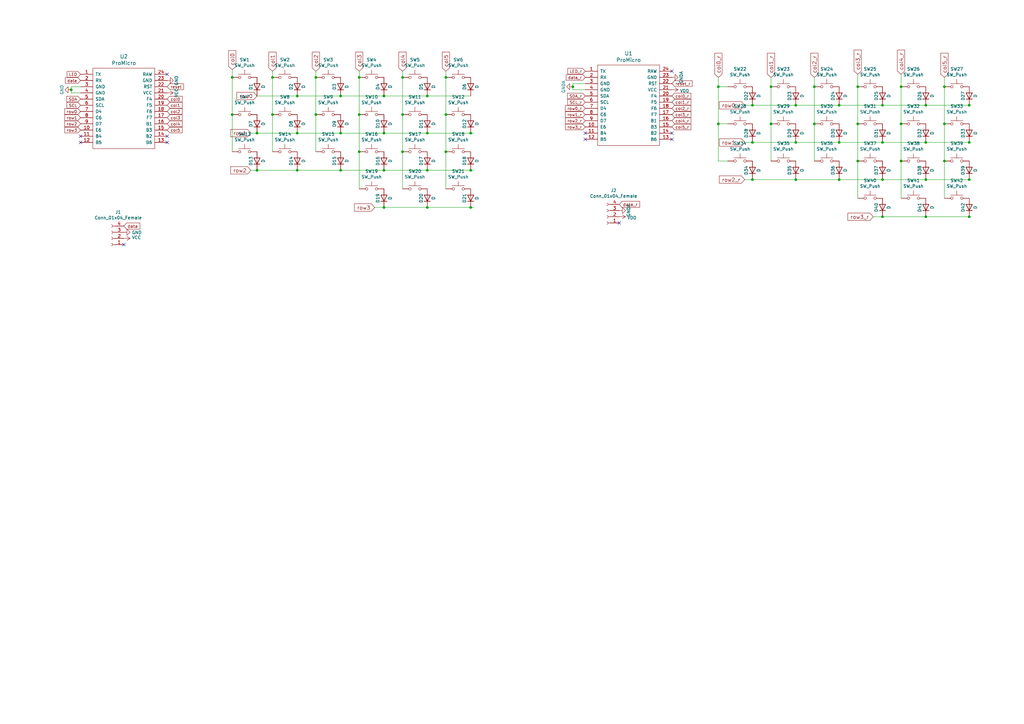
<source format=kicad_sch>
(kicad_sch (version 20230121) (generator eeschema)
  (paper "A3")
  (title_block (title "Corne Cherry") (date "2020-09-28") (rev "3.0.1") (company "foostan"))
  (lib_symbols
    (symbol "Device:D" (pin_numbers hide) (pin_names (offset 1.016) hide)
      (property "Reference" "D" (at 0 2.54 0))
      (property "Value" "D" (at 0 -2.54 0))
      (symbol "D_0_1"
        (polyline (pts (xy -1.27 1.27) (xy -1.27 -1.27)) (stroke (width 0.254)))
        (polyline (pts (xy 1.27 0) (xy -1.27 0)))
        (polyline (pts (xy 1.27 1.27) (xy 1.27 -1.27) (xy -1.27 0) (xy 1.27 1.27)) (stroke (width 0.254)))
      )
      (symbol "D_1_1"
        (pin passive line (at -3.81 0 0) (length 2.54) (name "K") (number "1"))
        (pin passive line (at 3.81 0 180) (length 2.54) (name "A") (number "2"))
      )
    )
    (symbol "MXMLP-Corne-rescue:Conn_01x04_Female-Connector" (pin_names (offset 1.016) hide)
      (property "Reference" "J" (at 0 5.08 0))
      (property "Value" "Connector_Conn_01x04_Female" (at 0 -7.62 0))
      (symbol "Conn_01x04_Female-Connector_1_1"
        (arc (start 0 -4.572) (mid -0.5058 -5.08) (end 0 -5.588) (stroke (width 0.1524)))
        (arc (start 0 -2.032) (mid -0.5058 -2.54) (end 0 -3.048) (stroke (width 0.1524)))
        (polyline (pts (xy -1.27 -5.08) (xy -0.508 -5.08)) (stroke (width 0.1524)))
        (polyline (pts (xy -1.27 -2.54) (xy -0.508 -2.54)) (stroke (width 0.1524)))
        (polyline (pts (xy -1.27 0) (xy -0.508 0)) (stroke (width 0.1524)))
        (polyline (pts (xy -1.27 2.54) (xy -0.508 2.54)) (stroke (width 0.1524)))
        (arc (start 0 0.508) (mid -0.5058 0) (end 0 -0.508) (stroke (width 0.1524)))
        (arc (start 0 3.048) (mid -0.5058 2.54) (end 0 2.032) (stroke (width 0.1524)))
        (pin passive line (at -5.08 2.54 0) (length 3.81) (name "Pin_1") (number "1"))
        (pin passive line (at -5.08 0 0) (length 3.81) (name "Pin_2") (number "2"))
        (pin passive line (at -5.08 -2.54 0) (length 3.81) (name "Pin_3") (number "3"))
        (pin passive line (at -5.08 -5.08 0) (length 3.81) (name "Pin_4") (number "4"))
      )
    )
    (symbol "MXMLP-Corne-rescue:ProMicro-promicro" (pin_names (offset 1.016))
      (property "Reference" "U" (at 0 24.13 0))
      (property "Value" "promicro_ProMicro" (at 0 -13.97 0))
      (symbol "ProMicro-promicro_0_1"
        (rectangle (start -12.7 21.59) (end 12.7 -11.43))
      )
      (symbol "ProMicro-promicro_1_1"
        (pin bidirectional line (at -17.78 19.05 0) (length 5.08) (name "TX") (number "1"))
        (pin bidirectional line (at -17.78 -3.81 0) (length 5.08) (name "E6") (number "10"))
        (pin bidirectional line (at -17.78 -6.35 0) (length 5.08) (name "B4") (number "11"))
        (pin bidirectional line (at -17.78 -8.89 0) (length 5.08) (name "B5") (number "12"))
        (pin bidirectional line (at 17.78 -8.89 180) (length 5.08) (name "B6") (number "13"))
        (pin bidirectional line (at 17.78 -6.35 180) (length 5.08) (name "B2") (number "14"))
        (pin bidirectional line (at 17.78 -3.81 180) (length 5.08) (name "B3") (number "15"))
        (pin bidirectional line (at 17.78 -1.27 180) (length 5.08) (name "B1") (number "16"))
        (pin bidirectional line (at 17.78 1.27 180) (length 5.08) (name "F7") (number "17"))
        (pin bidirectional line (at 17.78 3.81 180) (length 5.08) (name "F6") (number "18"))
        (pin bidirectional line (at 17.78 6.35 180) (length 5.08) (name "F5") (number "19"))
        (pin bidirectional line (at -17.78 16.51 0) (length 5.08) (name "RX") (number "2"))
        (pin bidirectional line (at 17.78 8.89 180) (length 5.08) (name "F4") (number "20"))
        (pin power_in line (at 17.78 11.43 180) (length 5.08) (name "VCC") (number "21"))
        (pin input line (at 17.78 13.97 180) (length 5.08) (name "RST") (number "22"))
        (pin power_in line (at 17.78 16.51 180) (length 5.08) (name "GND") (number "23"))
        (pin power_out line (at 17.78 19.05 180) (length 5.08) (name "RAW") (number "24"))
        (pin power_in line (at -17.78 13.97 0) (length 5.08) (name "GND") (number "3"))
        (pin power_in line (at -17.78 11.43 0) (length 5.08) (name "GND") (number "4"))
        (pin bidirectional line (at -17.78 8.89 0) (length 5.08) (name "SDA") (number "5"))
        (pin bidirectional line (at -17.78 6.35 0) (length 5.08) (name "SCL") (number "6"))
        (pin bidirectional line (at -17.78 3.81 0) (length 5.08) (name "D4") (number "7"))
        (pin bidirectional line (at -17.78 1.27 0) (length 5.08) (name "C6") (number "8"))
        (pin bidirectional line (at -17.78 -1.27 0) (length 5.08) (name "D7") (number "9"))
      )
    )
    (symbol "Switch:SW_Push" (pin_numbers hide) (pin_names (offset 1.016) hide)
      (property "Reference" "SW" (at 1.27 2.54 0))
      (property "Value" "SW_Push" (at 0 -1.524 0))
      (symbol "SW_Push_0_1"
        (circle (center -2.032 0) (radius 0.508))
        (polyline (pts (xy 0 1.27) (xy 0 3.048)))
        (polyline (pts (xy 2.54 1.27) (xy -2.54 1.27)))
        (circle (center 2.032 0) (radius 0.508))
        (pin passive line (at -5.08 0 0) (length 2.54) (name "1") (number "1"))
        (pin passive line (at 5.08 0 180) (length 2.54) (name "2") (number "2"))
      )
    )
    (symbol "power:GND" (power) (pin_names (offset 0))
      (property "Value" "GND" (at 0 -3.81 0))
      (symbol "GND_0_1"
        (polyline (pts (xy 0 0) (xy 0 -1.27) (xy 1.27 -1.27) (xy 0 -2.54) (xy -1.27 -1.27) (xy 0 -1.27)))
      )
      (symbol "GND_1_1"
        (pin power_in line (at 0 0 270) (length 0) hide (name "GND") (number "1"))
      )
    )
    (symbol "power:GNDA" (power) (pin_names (offset 0))
      (property "Value" "GNDA" (at 0 -3.81 0))
      (symbol "GNDA_0_1"
        (polyline (pts (xy 0 0) (xy 0 -1.27) (xy 1.27 -1.27) (xy 0 -2.54) (xy -1.27 -1.27) (xy 0 -1.27)))
      )
      (symbol "GNDA_1_1"
        (pin power_in line (at 0 0 270) (length 0) hide (name "GNDA") (number "1"))
      )
    )
    (symbol "power:VCC" (power) (pin_names (offset 0))
      (property "Value" "VCC" (at 0 3.81 0))
      (symbol "VCC_0_1"
        (polyline (pts (xy -0.762 1.27) (xy 0 2.54)))
        (polyline (pts (xy 0 0) (xy 0 2.54)))
        (polyline (pts (xy 0 2.54) (xy 0.762 1.27)))
      )
      (symbol "VCC_1_1"
        (pin power_in line (at 0 0 90) (length 0) hide (name "VCC") (number "1"))
      )
    )
    (symbol "power:VDD" (power) (pin_names (offset 0))
      (property "Value" "VDD" (at 0 3.81 0))
      (symbol "VDD_0_1"
        (polyline (pts (xy -0.762 1.27) (xy 0 2.54)))
        (polyline (pts (xy 0 0) (xy 0 2.54)))
        (polyline (pts (xy 0 2.54) (xy 0.762 1.27)))
      )
      (symbol "VDD_1_1"
        (pin power_in line (at 0 0 90) (length 0) hide (name "VDD") (number "1"))
      )
    )
  )
  (junction (at 369.57 66.04))
  (junction (at 294.64 50.8))
  (junction (at 182.88 46.99))
  (junction (at 351.79 35.56))
  (junction (at 308.61 73.66))
  (junction (at 326.39 73.66))
  (junction (at 157.48 39.37))
  (junction (at 147.32 62.23))
  (junction (at 387.35 50.8))
  (junction (at 379.73 73.66))
  (junction (at 175.26 85.09))
  (junction (at 105.41 54.61))
  (junction (at 29.21 36.83))
  (junction (at 334.01 35.56))
  (junction (at 397.51 73.66))
  (junction (at 139.7 39.37))
  (junction (at 351.79 66.04))
  (junction (at 121.92 54.61))
  (junction (at 361.95 88.9))
  (junction (at 234.95 35.56))
  (junction (at 316.23 35.56))
  (junction (at 326.39 58.42))
  (junction (at 379.73 58.42))
  (junction (at 316.23 50.8))
  (junction (at 121.92 69.85))
  (junction (at 175.26 39.37))
  (junction (at 351.79 50.8))
  (junction (at 165.1 62.23))
  (junction (at 157.48 85.09))
  (junction (at 129.54 46.99))
  (junction (at 111.76 31.75))
  (junction (at 139.7 69.85))
  (junction (at 344.17 73.66))
  (junction (at 139.7 54.61))
  (junction (at 129.54 31.75))
  (junction (at 344.17 43.18))
  (junction (at 326.39 43.18))
  (junction (at 379.73 88.9))
  (junction (at 387.35 66.04))
  (junction (at 111.76 46.99))
  (junction (at 361.95 58.42))
  (junction (at 121.92 39.37))
  (junction (at 361.95 43.18))
  (junction (at 334.01 50.8))
  (junction (at 308.61 43.18))
  (junction (at 175.26 69.85))
  (junction (at 175.26 54.61))
  (junction (at 369.57 50.8))
  (junction (at 397.51 88.9))
  (junction (at 165.1 31.75))
  (junction (at 165.1 46.99))
  (junction (at 379.73 43.18))
  (junction (at 193.04 54.61))
  (junction (at 193.04 85.09))
  (junction (at 147.32 46.99))
  (junction (at 361.95 73.66))
  (junction (at 95.25 31.75))
  (junction (at 157.48 69.85))
  (junction (at 308.61 58.42))
  (junction (at 387.35 35.56))
  (junction (at 157.48 54.61))
  (junction (at 182.88 31.75))
  (junction (at 397.51 58.42))
  (junction (at 182.88 62.23))
  (junction (at 105.41 69.85))
  (junction (at 95.25 46.99))
  (junction (at 397.51 43.18))
  (junction (at 294.64 35.56))
  (junction (at 193.04 69.85))
  (junction (at 344.17 58.42))
  (junction (at 147.32 31.75))
  (junction (at 369.57 35.56))
  (no_connect (at 33.02 58.42))
  (no_connect (at 68.58 58.42))
  (no_connect (at 240.03 54.61))
  (no_connect (at 33.02 55.88))
  (no_connect (at 275.59 57.15))
  (no_connect (at 275.59 54.61))
  (no_connect (at 240.03 57.15))
  (no_connect (at 254 91.44))
  (no_connect (at 68.58 30.48))
  (no_connect (at 68.58 55.88))
  (no_connect (at 50.8 100.33))
  (no_connect (at 275.59 29.21))
  (wire (pts (xy 175.26 69.85) (xy 193.04 69.85)))
  (wire (pts (xy 294.64 31.75) (xy 294.64 35.56)))
  (wire (pts (xy 308.61 43.18) (xy 326.39 43.18)))
  (wire (pts (xy 308.61 73.66) (xy 326.39 73.66)))
  (wire (pts (xy 361.95 58.42) (xy 379.73 58.42)))
  (wire (pts (xy 334.01 50.8) (xy 334.01 66.04)))
  (wire (pts (xy 344.17 58.42) (xy 361.95 58.42)))
  (wire (pts (xy 298.45 50.8) (xy 294.64 50.8)))
  (wire (pts (xy 105.41 69.85) (xy 121.92 69.85)))
  (wire (pts (xy 379.73 58.42) (xy 397.51 58.42)))
  (wire (pts (xy 326.39 43.18) (xy 344.17 43.18)))
  (wire (pts (xy 351.79 35.56) (xy 351.79 50.8)))
  (wire (pts (xy 193.04 85.09) (xy 194.31 85.09)))
  (wire (pts (xy 182.88 29.21) (xy 182.88 31.75)))
  (wire (pts (xy 105.41 54.61) (xy 121.92 54.61)))
  (wire (pts (xy 147.32 46.99) (xy 147.32 62.23)))
  (wire (pts (xy 334.01 35.56) (xy 334.01 50.8)))
  (wire (pts (xy 234.95 36.83) (xy 240.03 36.83)))
  (wire (pts (xy 334.01 31.75) (xy 334.01 35.56)))
  (wire (pts (xy 157.48 39.37) (xy 175.26 39.37)))
  (wire (pts (xy 95.25 31.75) (xy 95.25 46.99)))
  (wire (pts (xy 111.76 46.99) (xy 111.76 62.23)))
  (wire (pts (xy 121.92 39.37) (xy 139.7 39.37)))
  (wire (pts (xy 361.95 43.18) (xy 379.73 43.18)))
  (wire (pts (xy 361.95 88.9) (xy 379.73 88.9)))
  (wire (pts (xy 308.61 58.42) (xy 326.39 58.42)))
  (wire (pts (xy 305.435 58.42) (xy 308.61 58.42)))
  (wire (pts (xy 182.88 62.23) (xy 182.88 77.47)))
  (wire (pts (xy 129.54 62.23) (xy 129.54 46.99)))
  (wire (pts (xy 95.25 28.575) (xy 95.25 31.75)))
  (wire (pts (xy 157.48 85.09) (xy 153.67 85.09)))
  (wire (pts (xy 397.51 58.42) (xy 398.145 58.42)))
  (wire (pts (xy 121.92 54.61) (xy 139.7 54.61)))
  (wire (pts (xy 379.73 43.18) (xy 397.51 43.18)))
  (wire (pts (xy 139.7 39.37) (xy 157.48 39.37)))
  (wire (pts (xy 175.26 85.09) (xy 157.48 85.09)))
  (wire (pts (xy 29.21 35.56) (xy 29.21 36.83)))
  (wire (pts (xy 139.7 69.85) (xy 157.48 69.85)))
  (wire (pts (xy 234.95 34.29) (xy 234.95 35.56)))
  (wire (pts (xy 33.02 38.1) (xy 29.21 38.1)))
  (wire (pts (xy 379.73 88.9) (xy 397.51 88.9)))
  (wire (pts (xy 326.39 58.42) (xy 344.17 58.42)))
  (wire (pts (xy 182.88 31.75) (xy 182.88 46.99)))
  (wire (pts (xy 379.73 73.66) (xy 397.51 73.66)))
  (wire (pts (xy 351.79 30.48) (xy 351.79 35.56)))
  (wire (pts (xy 298.45 66.04) (xy 294.64 66.04)))
  (wire (pts (xy 105.41 39.37) (xy 121.92 39.37)))
  (wire (pts (xy 294.64 50.8) (xy 294.64 66.04)))
  (wire (pts (xy 344.17 43.18) (xy 361.95 43.18)))
  (wire (pts (xy 175.26 54.61) (xy 193.04 54.61)))
  (wire (pts (xy 397.51 43.18) (xy 398.145 43.18)))
  (wire (pts (xy 157.48 54.61) (xy 175.26 54.61)))
  (wire (pts (xy 33.02 35.56) (xy 29.21 35.56)))
  (wire (pts (xy 165.1 46.99) (xy 165.1 62.23)))
  (wire (pts (xy 369.57 30.48) (xy 369.57 35.56)))
  (wire (pts (xy 147.32 62.23) (xy 147.32 77.47)))
  (wire (pts (xy 165.1 29.21) (xy 165.1 31.75)))
  (wire (pts (xy 387.35 31.75) (xy 387.35 35.56)))
  (wire (pts (xy 129.54 31.75) (xy 129.54 29.21)))
  (wire (pts (xy 326.39 73.66) (xy 344.17 73.66)))
  (wire (pts (xy 361.95 73.66) (xy 379.73 73.66)))
  (wire (pts (xy 111.76 31.75) (xy 111.76 46.99)))
  (wire (pts (xy 305.435 73.66) (xy 308.61 73.66)))
  (wire (pts (xy 294.64 35.56) (xy 294.64 50.8)))
  (wire (pts (xy 157.48 69.85) (xy 175.26 69.85)))
  (wire (pts (xy 316.23 50.8) (xy 316.23 66.04)))
  (wire (pts (xy 147.32 31.75) (xy 147.32 46.99)))
  (wire (pts (xy 358.14 88.9) (xy 361.95 88.9)))
  (wire (pts (xy 344.17 73.66) (xy 361.95 73.66)))
  (wire (pts (xy 182.88 46.99) (xy 182.88 62.23)))
  (wire (pts (xy 121.92 69.85) (xy 139.7 69.85)))
  (wire (pts (xy 29.21 38.1) (xy 29.21 36.83)))
  (wire (pts (xy 387.35 50.8) (xy 387.35 66.04)))
  (wire (pts (xy 193.04 69.85) (xy 194.31 69.85)))
  (wire (pts (xy 316.23 31.75) (xy 316.23 35.56)))
  (wire (pts (xy 175.26 39.37) (xy 193.04 39.37)))
  (wire (pts (xy 387.35 66.04) (xy 387.35 81.28)))
  (wire (pts (xy 387.35 35.56) (xy 387.35 50.8)))
  (wire (pts (xy 102.87 69.85) (xy 105.41 69.85)))
  (wire (pts (xy 102.87 54.61) (xy 105.41 54.61)))
  (wire (pts (xy 234.95 35.56) (xy 234.95 36.83)))
  (wire (pts (xy 139.7 54.61) (xy 157.48 54.61)))
  (wire (pts (xy 369.57 35.56) (xy 369.57 50.8)))
  (wire (pts (xy 305.435 43.18) (xy 308.61 43.18)))
  (wire (pts (xy 351.79 50.8) (xy 351.79 66.04)))
  (wire (pts (xy 175.26 85.09) (xy 193.04 85.09)))
  (wire (pts (xy 369.57 66.04) (xy 369.57 81.28)))
  (wire (pts (xy 129.54 46.99) (xy 129.54 31.75)))
  (wire (pts (xy 351.79 66.04) (xy 351.79 81.28)))
  (wire (pts (xy 95.25 46.99) (xy 95.25 62.23)))
  (wire (pts (xy 240.03 34.29) (xy 234.95 34.29)))
  (wire (pts (xy 298.45 35.56) (xy 294.64 35.56)))
  (wire (pts (xy 165.1 62.23) (xy 165.1 77.47)))
  (wire (pts (xy 193.04 54.61) (xy 194.31 54.61)))
  (wire (pts (xy 397.51 73.66) (xy 398.145 73.66)))
  (wire (pts (xy 111.76 29.21) (xy 111.76 31.75)))
  (wire (pts (xy 316.23 35.56) (xy 316.23 50.8)))
  (wire (pts (xy 165.1 31.75) (xy 165.1 46.99)))
  (wire (pts (xy 147.32 29.21) (xy 147.32 31.75)))
  (wire (pts (xy 369.57 50.8) (xy 369.57 66.04)))
  (wire (pts (xy 397.51 88.9) (xy 398.145 88.9)))
  (global_label "reset" (shape input) (at 68.58 35.56 0) (effects (font (size 1.1938 1.1938))) (property "Intersheetrefs" "${INTERSHEET_REFS}" (effects hide)))
  (global_label "SCL" (shape input) (at 33.02 43.18 180) (effects (font (size 1.1938 1.1938))) (property "Intersheetrefs" "${INTERSHEET_REFS}" (effects hide)))
  (global_label "SCL_r" (shape input) (at 240.03 41.91 180) (effects (font (size 1.1938 1.1938))) (property "Intersheetrefs" "${INTERSHEET_REFS}" (effects hide)))
  (global_label "col2" (shape input) (at 68.58 45.72 0) (effects (font (size 1.1938 1.1938))) (property "Intersheetrefs" "${INTERSHEET_REFS}" (effects hide)))
  (global_label "col5" (shape input) (at 182.88 29.21 90) (effects (font (size 1.524 1.524))) (property "Intersheetrefs" "${INTERSHEET_REFS}" (effects hide)))
  (global_label "col3_r" (shape input) (at 351.79 30.48 90) (effects (font (size 1.524 1.524))) (property "Intersheetrefs" "${INTERSHEET_REFS}" (effects hide)))
  (global_label "data_r" (shape input) (at 240.03 31.75 180) (effects (font (size 1.1938 1.1938))) (property "Intersheetrefs" "${INTERSHEET_REFS}" (effects hide)))
  (global_label "row3" (shape input) (at 153.67 85.09 180) (effects (font (size 1.524 1.524))) (property "Intersheetrefs" "${INTERSHEET_REFS}" (effects hide)))
  (global_label "LED_r" (shape input) (at 240.03 29.21 180) (effects (font (size 1.1938 1.1938))) (property "Intersheetrefs" "${INTERSHEET_REFS}" (effects hide)))
  (global_label "row1" (shape input) (at 33.02 48.26 180) (effects (font (size 1.1938 1.1938))) (property "Intersheetrefs" "${INTERSHEET_REFS}" (effects hide)))
  (global_label "row0" (shape input) (at 33.02 45.72 180) (effects (font (size 1.1938 1.1938))) (property "Intersheetrefs" "${INTERSHEET_REFS}" (effects hide)))
  (global_label "col0_r" (shape input) (at 294.64 31.75 90) (effects (font (size 1.524 1.524))) (property "Intersheetrefs" "${INTERSHEET_REFS}" (effects hide)))
  (global_label "reset_r" (shape input) (at 275.59 34.29 0) (effects (font (size 1.1938 1.1938))) (property "Intersheetrefs" "${INTERSHEET_REFS}" (effects hide)))
  (global_label "data" (shape input) (at 50.8 92.71 0) (property "Intersheetrefs" "${INTERSHEET_REFS}" (effects hide)))
  (global_label "row1_r" (shape input) (at 305.435 58.42 180) (effects (font (size 1.524 1.524))) (property "Intersheetrefs" "${INTERSHEET_REFS}" (effects hide)))
  (global_label "col5" (shape input) (at 68.58 53.34 0) (effects (font (size 1.1938 1.1938))) (property "Intersheetrefs" "${INTERSHEET_REFS}" (effects hide)))
  (global_label "col2_r" (shape input) (at 334.01 31.75 90) (effects (font (size 1.524 1.524))) (property "Intersheetrefs" "${INTERSHEET_REFS}" (effects hide)))
  (global_label "col0_r" (shape input) (at 275.59 39.37 0) (effects (font (size 1.1938 1.1938))) (property "Intersheetrefs" "${INTERSHEET_REFS}" (effects hide)))
  (global_label "col3" (shape input) (at 147.32 29.21 90) (effects (font (size 1.524 1.524))) (property "Intersheetrefs" "${INTERSHEET_REFS}" (effects hide)))
  (global_label "row2_r" (shape input) (at 305.435 73.66 180) (effects (font (size 1.524 1.524))) (property "Intersheetrefs" "${INTERSHEET_REFS}" (effects hide)))
  (global_label "col4" (shape input) (at 68.58 50.8 0) (effects (font (size 1.1938 1.1938))) (property "Intersheetrefs" "${INTERSHEET_REFS}" (effects hide)))
  (global_label "col4_r" (shape input) (at 369.57 30.48 90) (effects (font (size 1.524 1.524))) (property "Intersheetrefs" "${INTERSHEET_REFS}" (effects hide)))
  (global_label "col1_r" (shape input) (at 316.23 31.75 90) (effects (font (size 1.524 1.524))) (property "Intersheetrefs" "${INTERSHEET_REFS}" (effects hide)))
  (global_label "row3" (shape input) (at 33.02 53.34 180) (effects (font (size 1.1938 1.1938))) (property "Intersheetrefs" "${INTERSHEET_REFS}" (effects hide)))
  (global_label "SDA" (shape input) (at 33.02 40.64 180) (effects (font (size 1.1938 1.1938))) (property "Intersheetrefs" "${INTERSHEET_REFS}" (effects hide)))
  (global_label "col5_r" (shape input) (at 275.59 52.07 0) (effects (font (size 1.1938 1.1938))) (property "Intersheetrefs" "${INTERSHEET_REFS}" (effects hide)))
  (global_label "col0" (shape input) (at 95.25 28.575 90) (effects (font (size 1.524 1.524))) (property "Intersheetrefs" "${INTERSHEET_REFS}" (effects hide)))
  (global_label "col1" (shape input) (at 111.76 29.21 90) (effects (font (size 1.524 1.524))) (property "Intersheetrefs" "${INTERSHEET_REFS}" (effects hide)))
  (global_label "col3" (shape input) (at 68.58 48.26 0) (effects (font (size 1.1938 1.1938))) (property "Intersheetrefs" "${INTERSHEET_REFS}" (effects hide)))
  (global_label "row0" (shape input) (at 105.41 39.37 180) (effects (font (size 1.524 1.524))) (property "Intersheetrefs" "${INTERSHEET_REFS}" (effects hide)))
  (global_label "col1" (shape input) (at 68.58 43.18 0) (effects (font (size 1.1938 1.1938))) (property "Intersheetrefs" "${INTERSHEET_REFS}" (effects hide)))
  (global_label "row0_r" (shape input) (at 305.435 43.18 180) (effects (font (size 1.524 1.524))) (property "Intersheetrefs" "${INTERSHEET_REFS}" (effects hide)))
  (global_label "LED" (shape input) (at 33.02 30.48 180) (effects (font (size 1.1938 1.1938))) (property "Intersheetrefs" "${INTERSHEET_REFS}" (effects hide)))
  (global_label "SDA_r" (shape input) (at 240.03 39.37 180) (effects (font (size 1.1938 1.1938))) (property "Intersheetrefs" "${INTERSHEET_REFS}" (effects hide)))
  (global_label "col5_r" (shape input) (at 387.35 31.75 90) (effects (font (size 1.524 1.524))) (property "Intersheetrefs" "${INTERSHEET_REFS}" (effects hide)))
  (global_label "col2_r" (shape input) (at 275.59 44.45 0) (effects (font (size 1.1938 1.1938))) (property "Intersheetrefs" "${INTERSHEET_REFS}" (effects hide)))
  (global_label "col1_r" (shape input) (at 275.59 41.91 0) (effects (font (size 1.1938 1.1938))) (property "Intersheetrefs" "${INTERSHEET_REFS}" (effects hide)))
  (global_label "col2" (shape input) (at 129.54 29.21 90) (effects (font (size 1.524 1.524))) (property "Intersheetrefs" "${INTERSHEET_REFS}" (effects hide)))
  (global_label "row2" (shape input) (at 102.87 69.85 180) (effects (font (size 1.524 1.524))) (property "Intersheetrefs" "${INTERSHEET_REFS}" (effects hide)))
  (global_label "data" (shape input) (at 33.02 33.02 180) (effects (font (size 1.1938 1.1938))) (property "Intersheetrefs" "${INTERSHEET_REFS}" (effects hide)))
  (global_label "col0" (shape input) (at 68.58 40.64 0) (effects (font (size 1.1938 1.1938))) (property "Intersheetrefs" "${INTERSHEET_REFS}" (effects hide)))
  (global_label "row1" (shape input) (at 102.87 54.61 180) (effects (font (size 1.524 1.524))) (property "Intersheetrefs" "${INTERSHEET_REFS}" (effects hide)))
  (global_label "row1_r" (shape input) (at 240.03 46.99 180) (effects (font (size 1.1938 1.1938))) (property "Intersheetrefs" "${INTERSHEET_REFS}" (effects hide)))
  (global_label "row3_r" (shape input) (at 358.14 88.9 180) (effects (font (size 1.524 1.524))) (property "Intersheetrefs" "${INTERSHEET_REFS}" (effects hide)))
  (global_label "data_r" (shape input) (at 254 83.82 0) (property "Intersheetrefs" "${INTERSHEET_REFS}" (effects hide)))
  (global_label "row3_r" (shape input) (at 240.03 52.07 180) (effects (font (size 1.1938 1.1938))) (property "Intersheetrefs" "${INTERSHEET_REFS}" (effects hide)))
  (global_label "row0_r" (shape input) (at 240.03 44.45 180) (effects (font (size 1.1938 1.1938))) (property "Intersheetrefs" "${INTERSHEET_REFS}" (effects hide)))
  (global_label "col3_r" (shape input) (at 275.59 46.99 0) (effects (font (size 1.1938 1.1938))) (property "Intersheetrefs" "${INTERSHEET_REFS}" (effects hide)))
  (global_label "col4" (shape input) (at 165.1 29.21 90) (effects (font (size 1.524 1.524))) (property "Intersheetrefs" "${INTERSHEET_REFS}" (effects hide)))
  (global_label "row2_r" (shape input) (at 240.03 49.53 180) (effects (font (size 1.1938 1.1938))) (property "Intersheetrefs" "${INTERSHEET_REFS}" (effects hide)))
  (global_label "row2" (shape input) (at 33.02 50.8 180) (effects (font (size 1.1938 1.1938))) (property "Intersheetrefs" "${INTERSHEET_REFS}" (effects hide)))
  (global_label "col4_r" (shape input) (at 275.59 49.53 0) (effects (font (size 1.1938 1.1938))) (property "Intersheetrefs" "${INTERSHEET_REFS}" (effects hide)))
  (symbol (lib_id "Device:D") (at 121.92 35.56 90) (unit 1)
    (property "Reference" "D2" (at 119.38 35.56 0))
    (property "Value" "D" (at 124.46 35.56 0))
    (property "Footprint" "Keebio-Parts:Diode-Hybrid-Back" (effects hide))
  )
  (symbol (lib_id "Device:D") (at 139.7 35.56 90) (unit 1)
    (property "Reference" "D3" (at 137.16 35.56 0))
    (property "Value" "D" (at 142.24 35.56 0))
    (property "Footprint" "Keebio-Parts:Diode-Hybrid-Back" (effects hide))
  )
  (symbol (lib_id "Device:D") (at 157.48 35.56 90) (unit 1)
    (property "Reference" "D4" (at 154.94 35.56 0))
    (property "Value" "D" (at 160.02 35.56 0))
    (property "Footprint" "Keebio-Parts:Diode-Hybrid-Back" (effects hide))
  )
  (symbol (lib_id "Device:D") (at 175.26 35.56 90) (unit 1)
    (property "Reference" "D5" (at 172.72 35.56 0))
    (property "Value" "D" (at 177.8 35.56 0))
    (property "Footprint" "Keebio-Parts:Diode-Hybrid-Back" (effects hide))
  )
  (symbol (lib_id "Device:D") (at 193.04 35.56 90) (unit 1)
    (property "Reference" "D6" (at 190.5 35.56 0))
    (property "Value" "D" (at 195.58 35.56 0))
    (property "Footprint" "Keebio-Parts:Diode-Hybrid-Back" (effects hide))
  )
  (symbol (lib_id "Device:D") (at 105.41 35.56 90) (unit 1)
    (property "Reference" "D1" (at 102.87 35.56 0))
    (property "Value" "D" (at 107.95 35.56 0))
    (property "Footprint" "Keebio-Parts:Diode-Hybrid-Back" (effects hide))
  )
  (symbol (lib_id "Device:D") (at 121.92 50.8 90) (unit 1)
    (property "Reference" "D8" (at 119.38 50.8 0))
    (property "Value" "D" (at 124.46 50.8 0))
    (property "Footprint" "Keebio-Parts:Diode-Hybrid-Back" (effects hide))
  )
  (symbol (lib_id "Device:D") (at 139.7 50.8 90) (unit 1)
    (property "Reference" "D9" (at 137.16 50.8 0))
    (property "Value" "D" (at 142.24 50.8 0))
    (property "Footprint" "Keebio-Parts:Diode-Hybrid-Back" (effects hide))
  )
  (symbol (lib_id "Device:D") (at 157.48 50.8 90) (unit 1)
    (property "Reference" "D10" (at 154.94 50.8 0))
    (property "Value" "D" (at 160.02 50.8 0))
    (property "Footprint" "Keebio-Parts:Diode-Hybrid-Back" (effects hide))
  )
  (symbol (lib_id "Device:D") (at 175.26 50.8 90) (unit 1)
    (property "Reference" "D11" (at 172.72 50.8 0))
    (property "Value" "D" (at 177.8 50.8 0))
    (property "Footprint" "Keebio-Parts:Diode-Hybrid-Back" (effects hide))
  )
  (symbol (lib_id "Device:D") (at 193.04 50.8 90) (unit 1)
    (property "Reference" "D12" (at 190.5 50.8 0))
    (property "Value" "D" (at 195.58 50.8 0))
    (property "Footprint" "Keebio-Parts:Diode-Hybrid-Back" (effects hide))
  )
  (symbol (lib_id "Device:D") (at 105.41 50.8 90) (unit 1)
    (property "Reference" "D7" (at 102.87 50.8 0))
    (property "Value" "D" (at 107.95 50.8 0))
    (property "Footprint" "Keebio-Parts:Diode-Hybrid-Back" (effects hide))
  )
  (symbol (lib_id "Device:D") (at 121.92 66.04 90) (unit 1)
    (property "Reference" "D14" (at 119.38 66.04 0))
    (property "Value" "D" (at 124.46 66.04 0))
    (property "Footprint" "Keebio-Parts:Diode-Hybrid-Back" (effects hide))
  )
  (symbol (lib_id "Device:D") (at 139.7 66.04 90) (unit 1)
    (property "Reference" "D15" (at 137.16 66.04 0))
    (property "Value" "D" (at 142.24 66.04 0))
    (property "Footprint" "Keebio-Parts:Diode-Hybrid-Back" (effects hide))
  )
  (symbol (lib_id "Device:D") (at 157.48 66.04 90) (unit 1)
    (property "Reference" "D16" (at 154.94 66.04 0))
    (property "Value" "D" (at 160.02 66.04 0))
    (property "Footprint" "Keebio-Parts:Diode-Hybrid-Back" (effects hide))
  )
  (symbol (lib_id "Device:D") (at 175.26 66.04 90) (unit 1)
    (property "Reference" "D17" (at 172.72 66.04 0))
    (property "Value" "D" (at 177.8 66.04 0))
    (property "Footprint" "Keebio-Parts:Diode-Hybrid-Back" (effects hide))
  )
  (symbol (lib_id "Device:D") (at 193.04 66.04 90) (unit 1)
    (property "Reference" "D18" (at 190.5 66.04 0))
    (property "Value" "D" (at 195.58 66.04 0))
    (property "Footprint" "Keebio-Parts:Diode-Hybrid-Back" (effects hide))
  )
  (symbol (lib_id "Device:D") (at 105.41 66.04 90) (unit 1)
    (property "Reference" "D13" (at 102.87 66.04 0))
    (property "Value" "D" (at 107.95 66.04 0))
    (property "Footprint" "Keebio-Parts:Diode-Hybrid-Back" (effects hide))
  )
  (symbol (lib_id "Device:D") (at 175.26 81.28 90) (unit 1)
    (property "Reference" "D20" (at 172.72 81.28 0))
    (property "Value" "D" (at 177.8 81.28 0))
    (property "Footprint" "Keebio-Parts:Diode-Hybrid-Back" (effects hide))
  )
  (symbol (lib_id "Device:D") (at 193.04 81.28 90) (unit 1)
    (property "Reference" "D21" (at 190.5 81.28 0))
    (property "Value" "D" (at 195.58 81.28 0))
    (property "Footprint" "Keebio-Parts:Diode-Hybrid-Back" (effects hide))
  )
  (symbol (lib_id "Device:D") (at 157.48 81.28 90) (unit 1)
    (property "Reference" "D19" (at 154.94 81.28 0))
    (property "Value" "D" (at 160.02 81.28 0))
    (property "Footprint" "Keebio-Parts:Diode-Hybrid-Back" (effects hide))
  )
  (symbol (lib_id "power:GND") (at 68.58 33.02 90) (unit 1)
    (property "Reference" "#PWR02" (effects hide))
    (property "Value" "GND" (at 72.39 33.02 0))
  )
  (symbol (lib_id "power:VCC") (at 68.58 38.1 270) (unit 1)
    (property "Reference" "#PWR06" (effects hide))
    (property "Value" "VCC" (at 72.39 38.1 0))
  )
  (symbol (lib_id "power:GND") (at 29.21 36.83 270) (unit 1)
    (property "Reference" "#PWR04" (effects hide))
    (property "Value" "GND" (at 25.4 36.83 0))
  )
  (symbol (lib_id "power:GNDA") (at 275.59 31.75 90) (unit 1)
    (property "Reference" "#PWR01" (effects hide))
    (property "Value" "GNDA" (at 279.4 31.75 0))
  )
  (symbol (lib_id "power:GNDA") (at 234.95 35.56 270) (unit 1)
    (property "Reference" "#PWR03" (effects hide))
    (property "Value" "GNDA" (at 231.14 35.56 0))
  )
  (symbol (lib_id "power:VDD") (at 275.59 36.83 270) (unit 1)
    (property "Reference" "#PWR05" (effects hide))
    (property "Value" "VDD" (at 278.8412 37.2618 90) (effects (justify left)))
  )
  (symbol (lib_id "power:VCC") (at 50.8 97.79 270) (mirror x) (unit 1)
    (property "Reference" "#PWR0101" (effects hide))
    (property "Value" "VCC" (at 54.0512 97.409 90) (effects (justify left)))
  )
  (symbol (lib_id "power:GND") (at 50.8 95.25 90) (mirror x) (unit 1)
    (property "Reference" "#PWR0102" (effects hide))
    (property "Value" "GND" (at 54.0512 95.377 90) (effects (justify right)))
  )
  (symbol (lib_id "MXMLP-Corne-rescue:Conn_01x04_Female-Connector") (at 45.72 97.79 180) (unit 1)
    (property "Reference" "J1" (at 48.4632 86.995 0))
    (property "Value" "Conn_01x04_Female" (at 48.4632 89.3064 0))
    (property "Footprint" "Keebio-Parts:TRRS-PJ-320A" (effects hide))
  )
  (symbol (lib_id "MXMLP-Corne-rescue:Conn_01x04_Female-Connector") (at 248.92 88.9 180) (unit 1)
    (property "Reference" "J2" (at 251.6632 78.105 0))
    (property "Value" "Conn_01x04_Female" (at 251.6632 80.4164 0))
    (property "Footprint" "Keebio-Parts:TRRS-PJ-320A" (effects hide))
  )
  (symbol (lib_id "power:VDD") (at 254 88.9 270) (unit 1)
    (property "Reference" "#PWR0103" (effects hide))
    (property "Value" "VDD" (at 257.2512 89.3318 90) (effects (justify left)))
  )
  (symbol (lib_id "Switch:SW_Push") (at 100.33 31.75 0) (unit 1)
    (property "Reference" "SW1" (at 100.33 24.511 0))
    (property "Value" "SW_Push" (at 100.33 26.8224 0))
    (property "Footprint" "MXMountLP:MXMountLP-1U" (effects hide))
  )
  (symbol (lib_id "Switch:SW_Push") (at 116.84 31.75 0) (unit 1)
    (property "Reference" "SW2" (at 116.84 24.511 0))
    (property "Value" "SW_Push" (at 116.84 26.8224 0))
    (property "Footprint" "MXMountLP:MXMountLP-1U" (effects hide))
  )
  (symbol (lib_id "Switch:SW_Push") (at 134.62 31.75 0) (unit 1)
    (property "Reference" "SW3" (at 134.62 24.511 0))
    (property "Value" "SW_Push" (at 134.62 26.8224 0))
    (property "Footprint" "MXMountLP:MXMountLP-1U" (effects hide))
  )
  (symbol (lib_id "Switch:SW_Push") (at 152.4 31.75 0) (unit 1)
    (property "Reference" "SW4" (at 152.4 24.511 0))
    (property "Value" "SW_Push" (at 152.4 26.8224 0))
    (property "Footprint" "MXMountLP:MXMountLP-1U" (effects hide))
  )
  (symbol (lib_id "Switch:SW_Push") (at 170.18 31.75 0) (unit 1)
    (property "Reference" "SW5" (at 170.18 24.511 0))
    (property "Value" "SW_Push" (at 170.18 26.8224 0))
    (property "Footprint" "MXMountLP:MXMountLP-1U" (effects hide))
  )
  (symbol (lib_id "Switch:SW_Push") (at 187.96 31.75 0) (unit 1)
    (property "Reference" "SW6" (at 187.96 24.511 0))
    (property "Value" "SW_Push" (at 187.96 26.8224 0))
    (property "Footprint" "MXMountLP:MXMountLP-1U" (effects hide))
  )
  (symbol (lib_id "Switch:SW_Push") (at 100.33 46.99 0) (unit 1)
    (property "Reference" "SW7" (at 100.33 39.751 0))
    (property "Value" "SW_Push" (at 100.33 42.0624 0))
    (property "Footprint" "MXMountLP:MXMountLP-1U" (effects hide))
  )
  (symbol (lib_id "Switch:SW_Push") (at 116.84 46.99 0) (unit 1)
    (property "Reference" "SW8" (at 116.84 39.751 0))
    (property "Value" "SW_Push" (at 116.84 42.0624 0))
    (property "Footprint" "MXMountLP:MXMountLP-1U" (effects hide))
  )
  (symbol (lib_id "Switch:SW_Push") (at 134.62 46.99 0) (unit 1)
    (property "Reference" "SW9" (at 134.62 39.751 0))
    (property "Value" "SW_Push" (at 134.62 42.0624 0))
    (property "Footprint" "MXMountLP:MXMountLP-1U" (effects hide))
  )
  (symbol (lib_id "Switch:SW_Push") (at 152.4 46.99 0) (unit 1)
    (property "Reference" "SW10" (at 152.4 39.751 0))
    (property "Value" "SW_Push" (at 152.4 42.0624 0))
    (property "Footprint" "MXMountLP:MXMountLP-1U" (effects hide))
  )
  (symbol (lib_id "Switch:SW_Push") (at 170.18 46.99 0) (unit 1)
    (property "Reference" "SW11" (at 170.18 39.751 0))
    (property "Value" "SW_Push" (at 170.18 42.0624 0))
    (property "Footprint" "MXMountLP:MXMountLP-1U" (effects hide))
  )
  (symbol (lib_id "Switch:SW_Push") (at 187.96 46.99 0) (unit 1)
    (property "Reference" "SW12" (at 187.96 39.751 0))
    (property "Value" "SW_Push" (at 187.96 42.0624 0))
    (property "Footprint" "MXMountLP:MXMountLP-1U" (effects hide))
  )
  (symbol (lib_id "Switch:SW_Push") (at 100.33 62.23 0) (unit 1)
    (property "Reference" "SW13" (at 100.33 54.991 0))
    (property "Value" "SW_Push" (at 100.33 57.3024 0))
    (property "Footprint" "MXMountLP:MXMountLP-1U" (effects hide))
  )
  (symbol (lib_id "Switch:SW_Push") (at 116.84 62.23 0) (unit 1)
    (property "Reference" "SW14" (at 116.84 54.991 0))
    (property "Value" "SW_Push" (at 116.84 57.3024 0))
    (property "Footprint" "MXMountLP:MXMountLP-1U" (effects hide))
  )
  (symbol (lib_id "Switch:SW_Push") (at 134.62 62.23 0) (unit 1)
    (property "Reference" "SW15" (at 134.62 54.991 0))
    (property "Value" "SW_Push" (at 134.62 57.3024 0))
    (property "Footprint" "MXMountLP:MXMountLP-1U" (effects hide))
  )
  (symbol (lib_id "Switch:SW_Push") (at 152.4 62.23 0) (unit 1)
    (property "Reference" "SW16" (at 152.4 54.991 0))
    (property "Value" "SW_Push" (at 152.4 57.3024 0))
    (property "Footprint" "MXMountLP:MXMountLP-1U" (effects hide))
  )
  (symbol (lib_id "Switch:SW_Push") (at 170.18 62.23 0) (unit 1)
    (property "Reference" "SW17" (at 170.18 54.991 0))
    (property "Value" "SW_Push" (at 170.18 57.3024 0))
    (property "Footprint" "MXMountLP:MXMountLP-1U" (effects hide))
  )
  (symbol (lib_id "Switch:SW_Push") (at 187.96 62.23 0) (unit 1)
    (property "Reference" "SW18" (at 187.96 54.991 0))
    (property "Value" "SW_Push" (at 187.96 57.3024 0))
    (property "Footprint" "MXMountLP:MXMountLP-1U" (effects hide))
  )
  (symbol (lib_id "Switch:SW_Push") (at 187.96 77.47 0) (unit 1)
    (property "Reference" "SW21" (at 187.96 70.231 0))
    (property "Value" "SW_Push" (at 187.96 72.5424 0))
    (property "Footprint" "MXMountLP:MXMountLP-1U" (effects hide))
  )
  (symbol (lib_id "Switch:SW_Push") (at 170.18 77.47 0) (unit 1)
    (property "Reference" "SW20" (at 170.18 70.231 0))
    (property "Value" "SW_Push" (at 170.18 72.5424 0))
    (property "Footprint" "MXMountLP:MXMountLP-1U" (effects hide))
  )
  (symbol (lib_id "Switch:SW_Push") (at 152.4 77.47 0) (unit 1)
    (property "Reference" "SW19" (at 152.4 70.231 0))
    (property "Value" "SW_Push" (at 152.4 72.5424 0))
    (property "Footprint" "MXMountLP:MXMountLP-1U" (effects hide))
  )
  (symbol (lib_id "power:GNDA") (at 254 86.36 90) (unit 1)
    (property "Reference" "#PWR0104" (effects hide))
    (property "Value" "GNDA" (at 257.81 86.36 0))
  )
  (symbol (lib_id "MXMLP-Corne-rescue:ProMicro-promicro") (at 257.81 48.26 0) (unit 1)
    (property "Reference" "U1" (at 257.81 21.9202 0) (effects (font (size 1.524 1.524))))
    (property "Value" "ProMicro" (at 257.81 24.6126 0) (effects (font (size 1.524 1.524))))
    (property "Footprint" "promicro:ProMicro" (effects hide))
  )
  (symbol (lib_id "MXMLP-Corne-rescue:ProMicro-promicro") (at 50.8 49.53 0) (unit 1)
    (property "Reference" "U2" (at 50.8 23.1902 0) (effects (font (size 1.524 1.524))))
    (property "Value" "ProMicro" (at 50.8 25.8826 0) (effects (font (size 1.524 1.524))))
    (property "Footprint" "promicro:ProMicro" (effects hide))
  )
  (symbol (lib_id "Device:D") (at 326.39 39.37 90) (unit 1)
    (property "Reference" "D23" (at 323.85 39.37 0))
    (property "Value" "D" (at 328.93 39.37 0))
    (property "Footprint" "Keebio-Parts:Diode-Hybrid-Back" (effects hide))
  )
  (symbol (lib_id "Device:D") (at 344.17 39.37 90) (unit 1)
    (property "Reference" "D24" (at 341.63 39.37 0))
    (property "Value" "D" (at 346.71 39.37 0))
    (property "Footprint" "Keebio-Parts:Diode-Hybrid-Back" (effects hide))
  )
  (symbol (lib_id "Device:D") (at 361.95 39.37 90) (unit 1)
    (property "Reference" "D25" (at 359.41 39.37 0))
    (property "Value" "D" (at 364.49 39.37 0))
    (property "Footprint" "Keebio-Parts:Diode-Hybrid-Back" (effects hide))
  )
  (symbol (lib_id "Device:D") (at 379.73 39.37 90) (unit 1)
    (property "Reference" "D26" (at 377.19 39.37 0))
    (property "Value" "D" (at 382.27 39.37 0))
    (property "Footprint" "Keebio-Parts:Diode-Hybrid-Back" (effects hide))
  )
  (symbol (lib_id "Device:D") (at 397.51 39.37 90) (unit 1)
    (property "Reference" "D27" (at 394.97 39.37 0))
    (property "Value" "D" (at 400.05 39.37 0))
    (property "Footprint" "Keebio-Parts:Diode-Hybrid-Back" (effects hide))
  )
  (symbol (lib_id "Device:D") (at 326.39 54.61 90) (unit 1)
    (property "Reference" "D29" (at 323.85 54.61 0))
    (property "Value" "D" (at 328.93 54.61 0))
    (property "Footprint" "Keebio-Parts:Diode-Hybrid-Back" (effects hide))
  )
  (symbol (lib_id "Device:D") (at 344.17 54.61 90) (unit 1)
    (property "Reference" "D30" (at 341.63 54.61 0))
    (property "Value" "D" (at 346.71 54.61 0))
    (property "Footprint" "Keebio-Parts:Diode-Hybrid-Back" (effects hide))
  )
  (symbol (lib_id "Device:D") (at 361.95 54.61 90) (unit 1)
    (property "Reference" "D31" (at 359.41 54.61 0))
    (property "Value" "D" (at 364.49 54.61 0))
    (property "Footprint" "Keebio-Parts:Diode-Hybrid-Back" (effects hide))
  )
  (symbol (lib_id "Device:D") (at 379.73 54.61 90) (unit 1)
    (property "Reference" "D32" (at 377.19 54.61 0))
    (property "Value" "D" (at 382.27 54.61 0))
    (property "Footprint" "Keebio-Parts:Diode-Hybrid-Back" (effects hide))
  )
  (symbol (lib_id "Device:D") (at 397.51 54.61 90) (unit 1)
    (property "Reference" "D33" (at 394.97 54.61 0))
    (property "Value" "D" (at 400.05 54.61 0))
    (property "Footprint" "Keebio-Parts:Diode-Hybrid-Back" (effects hide))
  )
  (symbol (lib_id "Device:D") (at 308.61 54.61 90) (unit 1)
    (property "Reference" "D28" (at 306.07 54.61 0))
    (property "Value" "D" (at 311.15 54.61 0))
    (property "Footprint" "Keebio-Parts:Diode-Hybrid-Back" (effects hide))
  )
  (symbol (lib_id "Device:D") (at 326.39 69.85 90) (unit 1)
    (property "Reference" "D35" (at 323.85 69.85 0))
    (property "Value" "D" (at 328.93 69.85 0))
    (property "Footprint" "Keebio-Parts:Diode-Hybrid-Back" (effects hide))
  )
  (symbol (lib_id "Device:D") (at 344.17 69.85 90) (unit 1)
    (property "Reference" "D36" (at 341.63 69.85 0))
    (property "Value" "D" (at 346.71 69.85 0))
    (property "Footprint" "Keebio-Parts:Diode-Hybrid-Back" (effects hide))
  )
  (symbol (lib_id "Device:D") (at 361.95 69.85 90) (unit 1)
    (property "Reference" "D37" (at 359.41 69.85 0))
    (property "Value" "D" (at 364.49 69.85 0))
    (property "Footprint" "Keebio-Parts:Diode-Hybrid-Back" (effects hide))
  )
  (symbol (lib_id "Device:D") (at 379.73 69.85 90) (unit 1)
    (property "Reference" "D38" (at 377.19 69.85 0))
    (property "Value" "D" (at 382.27 69.85 0))
    (property "Footprint" "Keebio-Parts:Diode-Hybrid-Back" (effects hide))
  )
  (symbol (lib_id "Device:D") (at 397.51 69.85 90) (unit 1)
    (property "Reference" "D39" (at 394.97 69.85 0))
    (property "Value" "D" (at 400.05 69.85 0))
    (property "Footprint" "Keebio-Parts:Diode-Hybrid-Back" (effects hide))
  )
  (symbol (lib_id "Device:D") (at 308.61 69.85 90) (unit 1)
    (property "Reference" "D34" (at 306.07 69.85 0))
    (property "Value" "D" (at 311.15 69.85 0))
    (property "Footprint" "Keebio-Parts:Diode-Hybrid-Back" (effects hide))
  )
  (symbol (lib_id "Device:D") (at 379.73 85.09 90) (unit 1)
    (property "Reference" "D41" (at 377.19 85.09 0))
    (property "Value" "D" (at 382.27 85.09 0))
    (property "Footprint" "Keebio-Parts:Diode-Hybrid-Back" (effects hide))
  )
  (symbol (lib_id "Device:D") (at 397.51 85.09 90) (unit 1)
    (property "Reference" "D42" (at 394.97 85.09 0))
    (property "Value" "D" (at 400.05 85.09 0))
    (property "Footprint" "Keebio-Parts:Diode-Hybrid-Back" (effects hide))
  )
  (symbol (lib_id "Device:D") (at 361.95 85.09 90) (unit 1)
    (property "Reference" "D40" (at 359.41 85.09 0))
    (property "Value" "D" (at 364.49 85.09 0))
    (property "Footprint" "Keebio-Parts:Diode-Hybrid-Back" (effects hide))
  )
  (symbol (lib_id "Device:D") (at 308.61 39.37 90) (unit 1)
    (property "Reference" "D22" (at 306.07 39.37 0))
    (property "Value" "D" (at 311.15 39.37 0))
    (property "Footprint" "Keebio-Parts:Diode-Hybrid-Back" (effects hide))
  )
  (symbol (lib_id "Switch:SW_Push") (at 303.53 35.56 0) (unit 1)
    (property "Reference" "SW22" (at 303.53 28.321 0))
    (property "Value" "SW_Push" (at 303.53 30.6324 0))
    (property "Footprint" "MXMountLP:MXMountLP-1U" (effects hide))
  )
  (symbol (lib_id "Switch:SW_Push") (at 321.31 35.56 0) (unit 1)
    (property "Reference" "SW23" (at 321.31 28.321 0))
    (property "Value" "SW_Push" (at 321.31 30.6324 0))
    (property "Footprint" "MXMountLP:MXMountLP-1U" (effects hide))
  )
  (symbol (lib_id "Switch:SW_Push") (at 339.09 35.56 0) (unit 1)
    (property "Reference" "SW24" (at 339.09 28.321 0))
    (property "Value" "SW_Push" (at 339.09 30.6324 0))
    (property "Footprint" "MXMountLP:MXMountLP-1U" (effects hide))
  )
  (symbol (lib_id "Switch:SW_Push") (at 356.87 35.56 0) (unit 1)
    (property "Reference" "SW25" (at 356.87 28.321 0))
    (property "Value" "SW_Push" (at 356.87 30.6324 0))
    (property "Footprint" "MXMountLP:MXMountLP-1U" (effects hide))
  )
  (symbol (lib_id "Switch:SW_Push") (at 374.65 35.56 0) (unit 1)
    (property "Reference" "SW26" (at 374.65 28.321 0))
    (property "Value" "SW_Push" (at 374.65 30.6324 0))
    (property "Footprint" "MXMountLP:MXMountLP-1U" (effects hide))
  )
  (symbol (lib_id "Switch:SW_Push") (at 392.43 35.56 0) (unit 1)
    (property "Reference" "SW27" (at 392.43 28.321 0))
    (property "Value" "SW_Push" (at 392.43 30.6324 0))
    (property "Footprint" "MXMountLP:MXMountLP-1U" (effects hide))
  )
  (symbol (lib_id "Switch:SW_Push") (at 303.53 50.8 0) (unit 1)
    (property "Reference" "SW28" (at 303.53 43.561 0))
    (property "Value" "SW_Push" (at 303.53 45.8724 0))
    (property "Footprint" "MXMountLP:MXMountLP-1U" (effects hide))
  )
  (symbol (lib_id "Switch:SW_Push") (at 321.31 50.8 0) (unit 1)
    (property "Reference" "SW29" (at 321.31 43.561 0))
    (property "Value" "SW_Push" (at 321.31 45.8724 0))
    (property "Footprint" "MXMountLP:MXMountLP-1U" (effects hide))
  )
  (symbol (lib_id "Switch:SW_Push") (at 339.09 50.8 0) (unit 1)
    (property "Reference" "SW30" (at 339.09 43.561 0))
    (property "Value" "SW_Push" (at 339.09 45.8724 0))
    (property "Footprint" "MXMountLP:MXMountLP-1U" (effects hide))
  )
  (symbol (lib_id "Switch:SW_Push") (at 356.87 50.8 0) (unit 1)
    (property "Reference" "SW31" (at 356.87 43.561 0))
    (property "Value" "SW_Push" (at 356.87 45.8724 0))
    (property "Footprint" "MXMountLP:MXMountLP-1U" (effects hide))
  )
  (symbol (lib_id "Switch:SW_Push") (at 374.65 50.8 0) (unit 1)
    (property "Reference" "SW32" (at 374.65 43.561 0))
    (property "Value" "SW_Push" (at 374.65 45.8724 0))
    (property "Footprint" "MXMountLP:MXMountLP-1U" (effects hide))
  )
  (symbol (lib_id "Switch:SW_Push") (at 392.43 50.8 0) (unit 1)
    (property "Reference" "SW33" (at 392.43 43.561 0))
    (property "Value" "SW_Push" (at 392.43 45.8724 0))
    (property "Footprint" "MXMountLP:MXMountLP-1U" (effects hide))
  )
  (symbol (lib_id "Switch:SW_Push") (at 303.53 66.04 0) (unit 1)
    (property "Reference" "SW34" (at 303.53 58.801 0))
    (property "Value" "SW_Push" (at 303.53 61.1124 0))
    (property "Footprint" "MXMountLP:MXMountLP-1U" (effects hide))
  )
  (symbol (lib_id "Switch:SW_Push") (at 321.31 66.04 0) (unit 1)
    (property "Reference" "SW35" (at 321.31 58.801 0))
    (property "Value" "SW_Push" (at 321.31 61.1124 0))
    (property "Footprint" "MXMountLP:MXMountLP-1U" (effects hide))
  )
  (symbol (lib_id "Switch:SW_Push") (at 339.09 66.04 0) (unit 1)
    (property "Reference" "SW36" (at 339.09 58.801 0))
    (property "Value" "SW_Push" (at 339.09 61.1124 0))
    (property "Footprint" "MXMountLP:MXMountLP-1U" (effects hide))
  )
  (symbol (lib_id "Switch:SW_Push") (at 356.87 66.04 0) (unit 1)
    (property "Reference" "SW37" (at 356.87 58.801 0))
    (property "Value" "SW_Push" (at 356.87 61.1124 0))
    (property "Footprint" "MXMountLP:MXMountLP-1U" (effects hide))
  )
  (symbol (lib_id "Switch:SW_Push") (at 374.65 66.04 0) (unit 1)
    (property "Reference" "SW38" (at 374.65 58.801 0))
    (property "Value" "SW_Push" (at 374.65 61.1124 0))
    (property "Footprint" "MXMountLP:MXMountLP-1U" (effects hide))
  )
  (symbol (lib_id "Switch:SW_Push") (at 392.43 66.04 0) (unit 1)
    (property "Reference" "SW39" (at 392.43 58.801 0))
    (property "Value" "SW_Push" (at 392.43 61.1124 0))
    (property "Footprint" "MXMountLP:MXMountLP-1U" (effects hide))
  )
  (symbol (lib_id "Switch:SW_Push") (at 392.43 81.28 0) (unit 1)
    (property "Reference" "SW42" (at 392.43 74.041 0))
    (property "Value" "SW_Push" (at 392.43 76.3524 0))
    (property "Footprint" "MXMountLP:MXMountLP-1U" (effects hide))
  )
  (symbol (lib_id "Switch:SW_Push") (at 374.65 81.28 0) (unit 1)
    (property "Reference" "SW41" (at 374.65 74.041 0))
    (property "Value" "SW_Push" (at 374.65 76.3524 0))
    (property "Footprint" "MXMountLP:MXMountLP-1U" (effects hide))
  )
  (symbol (lib_id "Switch:SW_Push") (at 356.87 81.28 0) (unit 1)
    (property "Reference" "SW40" (at 356.87 74.041 0))
    (property "Value" "SW_Push" (at 356.87 76.3524 0))
    (property "Footprint" "MXMountLP:MXMountLP-1U" (effects hide))
  )
)
</source>
